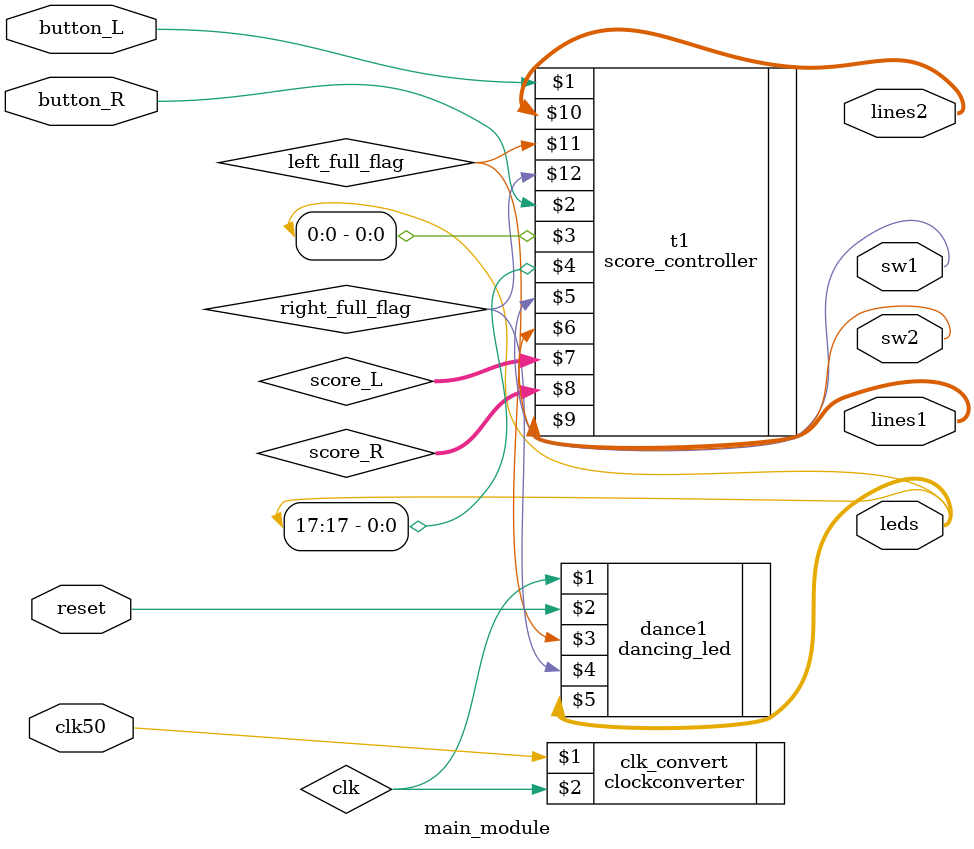
<source format=v>
module main_module(button_L,button_R,clk50,reset,leds,lines1,lines2,sw1,sw2);
input button_L,button_R,clk50,reset;
output [17:0]leds;
output [6:0]lines1,lines2;
output sw1,sw2;

wire clk;
wire left_full_flag,right_full_flag;
wire [3:0]score_L,score_R;

//interconnecting all modules
clockconverter clk_convert(clk50,clk);
dancing_led dance1(clk,reset,left_full_flag,right_full_flag,leds);
score_controller t1(button_L,button_R,leds[0],leds[17],sw1,sw2,score_L,score_R,lines1,lines2,left_full_flag,right_full_flag);

endmodule

</source>
